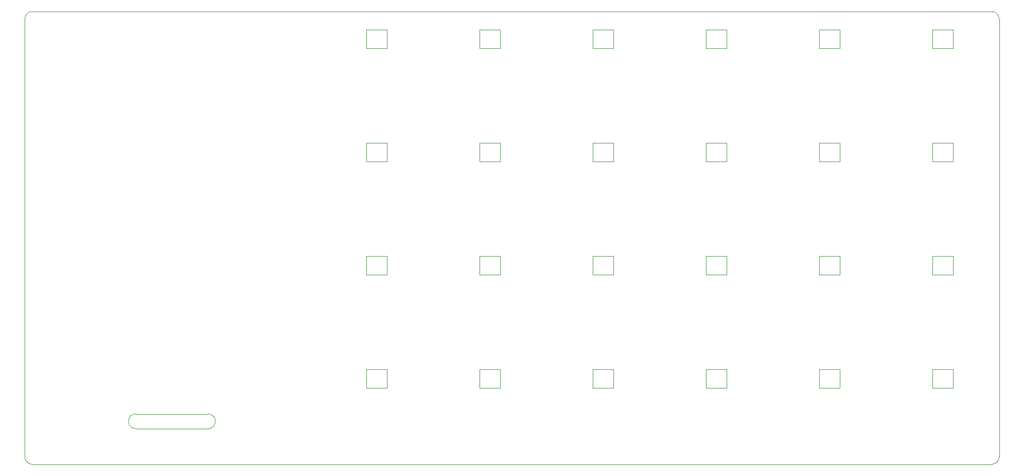
<source format=gbr>
%TF.GenerationSoftware,KiCad,Pcbnew,7.0.5*%
%TF.CreationDate,2025-01-15T14:24:04+08:00*%
%TF.ProjectId,TPS,5450532e-6b69-4636-9164-5f7063625858,rev?*%
%TF.SameCoordinates,Original*%
%TF.FileFunction,Profile,NP*%
%FSLAX46Y46*%
G04 Gerber Fmt 4.6, Leading zero omitted, Abs format (unit mm)*
G04 Created by KiCad (PCBNEW 7.0.5) date 2025-01-15 14:24:04*
%MOMM*%
%LPD*%
G01*
G04 APERTURE LIST*
%TA.AperFunction,Profile*%
%ADD10C,0.100000*%
%TD*%
%TA.AperFunction,Profile*%
%ADD11C,0.120000*%
%TD*%
%TA.AperFunction,Profile*%
%ADD12C,0.050000*%
%TD*%
G04 APERTURE END LIST*
D10*
X69271000Y-99213000D02*
X57168000Y-99213000D01*
D11*
X201155000Y-29000000D02*
X39731000Y-29000000D01*
X38461000Y-103930000D02*
G75*
G03*
X39731000Y-105200000I1270000J0D01*
G01*
X39731000Y-29000000D02*
G75*
G03*
X38461000Y-30270000I0J-1270000D01*
G01*
X202425000Y-103930000D02*
X202425000Y-30270000D01*
D10*
X69271000Y-99213000D02*
G75*
G03*
X69271000Y-96713000I0J1250000D01*
G01*
D11*
X201155000Y-105200000D02*
X39731000Y-105200000D01*
X38461000Y-30270000D02*
X38461000Y-103930000D01*
X201155000Y-105200000D02*
G75*
G03*
X202425000Y-103930000I0J1270000D01*
G01*
D10*
X57168000Y-96713000D02*
G75*
G03*
X57168000Y-99213000I0J-1250000D01*
G01*
D11*
X202425000Y-30270000D02*
G75*
G03*
X201155000Y-29000000I-1270000J0D01*
G01*
D10*
X69271000Y-96713000D02*
X57168000Y-96713000D01*
D12*
%TO.C,L5*%
X114950167Y-32075499D02*
X114950167Y-35175499D01*
X114950167Y-35175499D02*
X118450167Y-35175499D01*
X118450167Y-32075499D02*
X114950167Y-32075499D01*
X118450167Y-35175499D02*
X118450167Y-32075499D01*
%TO.C,L13*%
X153050167Y-32075499D02*
X153050167Y-35175499D01*
X153050167Y-35175499D02*
X156550167Y-35175499D01*
X156550167Y-32075499D02*
X153050167Y-32075499D01*
X156550167Y-35175499D02*
X156550167Y-32075499D01*
%TO.C,L11*%
X134000167Y-70175499D02*
X134000167Y-73275499D01*
X134000167Y-73275499D02*
X137500167Y-73275499D01*
X137500167Y-70175499D02*
X134000167Y-70175499D01*
X137500167Y-73275499D02*
X137500167Y-70175499D01*
%TO.C,L23*%
X191150167Y-70175499D02*
X191150167Y-73275499D01*
X191150167Y-73275499D02*
X194650167Y-73275499D01*
X194650167Y-70175499D02*
X191150167Y-70175499D01*
X194650167Y-73275499D02*
X194650167Y-70175499D01*
%TO.C,L10*%
X134000167Y-51125499D02*
X134000167Y-54225499D01*
X134000167Y-54225499D02*
X137500167Y-54225499D01*
X137500167Y-51125499D02*
X134000167Y-51125499D01*
X137500167Y-54225499D02*
X137500167Y-51125499D01*
%TO.C,L16*%
X153050167Y-89225499D02*
X153050167Y-92325499D01*
X153050167Y-92325499D02*
X156550167Y-92325499D01*
X156550167Y-89225499D02*
X153050167Y-89225499D01*
X156550167Y-92325499D02*
X156550167Y-89225499D01*
%TO.C,L17*%
X172100167Y-32075499D02*
X172100167Y-35175499D01*
X172100167Y-35175499D02*
X175600167Y-35175499D01*
X175600167Y-32075499D02*
X172100167Y-32075499D01*
X175600167Y-35175499D02*
X175600167Y-32075499D01*
%TO.C,L18*%
X172100167Y-51125499D02*
X172100167Y-54225499D01*
X172100167Y-54225499D02*
X175600167Y-54225499D01*
X175600167Y-51125499D02*
X172100167Y-51125499D01*
X175600167Y-54225499D02*
X175600167Y-51125499D01*
%TO.C,L24*%
X191150167Y-89225499D02*
X191150167Y-92325499D01*
X191150167Y-92325499D02*
X194650167Y-92325499D01*
X194650167Y-89225499D02*
X191150167Y-89225499D01*
X194650167Y-92325499D02*
X194650167Y-89225499D01*
%TO.C,L2*%
X95900167Y-51125499D02*
X95900167Y-54225499D01*
X95900167Y-54225499D02*
X99400167Y-54225499D01*
X99400167Y-51125499D02*
X95900167Y-51125499D01*
X99400167Y-54225499D02*
X99400167Y-51125499D01*
%TO.C,L15*%
X153050167Y-70175499D02*
X153050167Y-73275499D01*
X153050167Y-73275499D02*
X156550167Y-73275499D01*
X156550167Y-70175499D02*
X153050167Y-70175499D01*
X156550167Y-73275499D02*
X156550167Y-70175499D01*
%TO.C,L21*%
X191150167Y-32075499D02*
X191150167Y-35175499D01*
X191150167Y-35175499D02*
X194650167Y-35175499D01*
X194650167Y-32075499D02*
X191150167Y-32075499D01*
X194650167Y-35175499D02*
X194650167Y-32075499D01*
%TO.C,L8*%
X114950167Y-89225499D02*
X114950167Y-92325499D01*
X114950167Y-92325499D02*
X118450167Y-92325499D01*
X118450167Y-89225499D02*
X114950167Y-89225499D01*
X118450167Y-92325499D02*
X118450167Y-89225499D01*
%TO.C,L9*%
X134000167Y-32075499D02*
X134000167Y-35175499D01*
X134000167Y-35175499D02*
X137500167Y-35175499D01*
X137500167Y-32075499D02*
X134000167Y-32075499D01*
X137500167Y-35175499D02*
X137500167Y-32075499D01*
%TO.C,L20*%
X172100167Y-89225499D02*
X172100167Y-92325499D01*
X172100167Y-92325499D02*
X175600167Y-92325499D01*
X175600167Y-89225499D02*
X172100167Y-89225499D01*
X175600167Y-92325499D02*
X175600167Y-89225499D01*
%TO.C,L14*%
X153050167Y-51125499D02*
X153050167Y-54225499D01*
X153050167Y-54225499D02*
X156550167Y-54225499D01*
X156550167Y-51125499D02*
X153050167Y-51125499D01*
X156550167Y-54225499D02*
X156550167Y-51125499D01*
%TO.C,L6*%
X114950167Y-51125499D02*
X114950167Y-54225499D01*
X114950167Y-54225499D02*
X118450167Y-54225499D01*
X118450167Y-51125499D02*
X114950167Y-51125499D01*
X118450167Y-54225499D02*
X118450167Y-51125499D01*
%TO.C,L22*%
X191150167Y-51125499D02*
X191150167Y-54225499D01*
X191150167Y-54225499D02*
X194650167Y-54225499D01*
X194650167Y-51125499D02*
X191150167Y-51125499D01*
X194650167Y-54225499D02*
X194650167Y-51125499D01*
%TO.C,L3*%
X95900167Y-70175499D02*
X95900167Y-73275499D01*
X95900167Y-73275499D02*
X99400167Y-73275499D01*
X99400167Y-70175499D02*
X95900167Y-70175499D01*
X99400167Y-73275499D02*
X99400167Y-70175499D01*
%TO.C,L4*%
X95900167Y-89225499D02*
X95900167Y-92325499D01*
X95900167Y-92325499D02*
X99400167Y-92325499D01*
X99400167Y-89225499D02*
X95900167Y-89225499D01*
X99400167Y-92325499D02*
X99400167Y-89225499D01*
%TO.C,L12*%
X134000167Y-89225499D02*
X134000167Y-92325499D01*
X134000167Y-92325499D02*
X137500167Y-92325499D01*
X137500167Y-89225499D02*
X134000167Y-89225499D01*
X137500167Y-92325499D02*
X137500167Y-89225499D01*
%TO.C,L19*%
X172100167Y-70175499D02*
X172100167Y-73275499D01*
X172100167Y-73275499D02*
X175600167Y-73275499D01*
X175600167Y-70175499D02*
X172100167Y-70175499D01*
X175600167Y-73275499D02*
X175600167Y-70175499D01*
%TO.C,L7*%
X114950168Y-70175498D02*
X114950168Y-73275498D01*
X114950168Y-73275498D02*
X118450168Y-73275498D01*
X118450168Y-70175498D02*
X114950168Y-70175498D01*
X118450168Y-73275498D02*
X118450168Y-70175498D01*
%TO.C,L1*%
X95900167Y-32075499D02*
X95900167Y-35175499D01*
X95900167Y-35175499D02*
X99400167Y-35175499D01*
X99400167Y-32075499D02*
X95900167Y-32075499D01*
X99400167Y-35175499D02*
X99400167Y-32075499D01*
%TD*%
M02*

</source>
